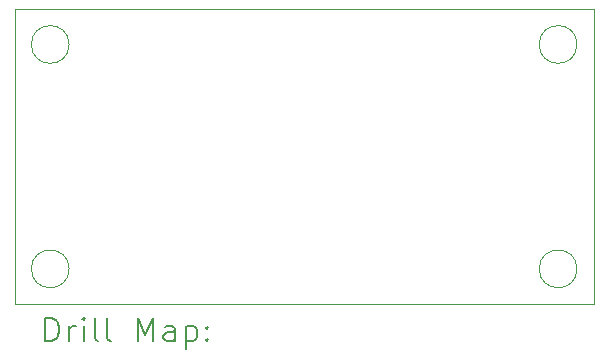
<source format=gbr>
%TF.GenerationSoftware,KiCad,Pcbnew,8.0.8*%
%TF.CreationDate,2025-06-29T12:49:39+09:00*%
%TF.ProjectId,NJM2374A_Invert,4e4a4d32-3337-4344-915f-496e76657274,rev?*%
%TF.SameCoordinates,Original*%
%TF.FileFunction,Drillmap*%
%TF.FilePolarity,Positive*%
%FSLAX45Y45*%
G04 Gerber Fmt 4.5, Leading zero omitted, Abs format (unit mm)*
G04 Created by KiCad (PCBNEW 8.0.8) date 2025-06-29 12:49:39*
%MOMM*%
%LPD*%
G01*
G04 APERTURE LIST*
%ADD10C,0.050000*%
%ADD11C,0.200000*%
G04 APERTURE END LIST*
D10*
X8100000Y-7600000D02*
X12600000Y-7600000D01*
X13000000Y-10100000D02*
X8100000Y-10100000D01*
X12860000Y-7900000D02*
G75*
G02*
X12540000Y-7900000I-160000J0D01*
G01*
X12540000Y-7900000D02*
G75*
G02*
X12860000Y-7900000I160000J0D01*
G01*
X8560000Y-7900000D02*
G75*
G02*
X8240000Y-7900000I-160000J0D01*
G01*
X8240000Y-7900000D02*
G75*
G02*
X8560000Y-7900000I160000J0D01*
G01*
X12600000Y-7600000D02*
X13000000Y-7600000D01*
X12860000Y-9800000D02*
G75*
G02*
X12540000Y-9800000I-160000J0D01*
G01*
X12540000Y-9800000D02*
G75*
G02*
X12860000Y-9800000I160000J0D01*
G01*
X13000000Y-7600000D02*
X13000000Y-10100000D01*
X8560000Y-9800000D02*
G75*
G02*
X8240000Y-9800000I-160000J0D01*
G01*
X8240000Y-9800000D02*
G75*
G02*
X8560000Y-9800000I160000J0D01*
G01*
X8100000Y-10100000D02*
X8100000Y-7600000D01*
D11*
X8358277Y-10413984D02*
X8358277Y-10213984D01*
X8358277Y-10213984D02*
X8405896Y-10213984D01*
X8405896Y-10213984D02*
X8434467Y-10223508D01*
X8434467Y-10223508D02*
X8453515Y-10242555D01*
X8453515Y-10242555D02*
X8463039Y-10261603D01*
X8463039Y-10261603D02*
X8472563Y-10299698D01*
X8472563Y-10299698D02*
X8472563Y-10328270D01*
X8472563Y-10328270D02*
X8463039Y-10366365D01*
X8463039Y-10366365D02*
X8453515Y-10385412D01*
X8453515Y-10385412D02*
X8434467Y-10404460D01*
X8434467Y-10404460D02*
X8405896Y-10413984D01*
X8405896Y-10413984D02*
X8358277Y-10413984D01*
X8558277Y-10413984D02*
X8558277Y-10280650D01*
X8558277Y-10318746D02*
X8567801Y-10299698D01*
X8567801Y-10299698D02*
X8577324Y-10290174D01*
X8577324Y-10290174D02*
X8596372Y-10280650D01*
X8596372Y-10280650D02*
X8615420Y-10280650D01*
X8682086Y-10413984D02*
X8682086Y-10280650D01*
X8682086Y-10213984D02*
X8672563Y-10223508D01*
X8672563Y-10223508D02*
X8682086Y-10233031D01*
X8682086Y-10233031D02*
X8691610Y-10223508D01*
X8691610Y-10223508D02*
X8682086Y-10213984D01*
X8682086Y-10213984D02*
X8682086Y-10233031D01*
X8805896Y-10413984D02*
X8786848Y-10404460D01*
X8786848Y-10404460D02*
X8777324Y-10385412D01*
X8777324Y-10385412D02*
X8777324Y-10213984D01*
X8910658Y-10413984D02*
X8891610Y-10404460D01*
X8891610Y-10404460D02*
X8882086Y-10385412D01*
X8882086Y-10385412D02*
X8882086Y-10213984D01*
X9139229Y-10413984D02*
X9139229Y-10213984D01*
X9139229Y-10213984D02*
X9205896Y-10356841D01*
X9205896Y-10356841D02*
X9272563Y-10213984D01*
X9272563Y-10213984D02*
X9272563Y-10413984D01*
X9453515Y-10413984D02*
X9453515Y-10309222D01*
X9453515Y-10309222D02*
X9443991Y-10290174D01*
X9443991Y-10290174D02*
X9424944Y-10280650D01*
X9424944Y-10280650D02*
X9386848Y-10280650D01*
X9386848Y-10280650D02*
X9367801Y-10290174D01*
X9453515Y-10404460D02*
X9434467Y-10413984D01*
X9434467Y-10413984D02*
X9386848Y-10413984D01*
X9386848Y-10413984D02*
X9367801Y-10404460D01*
X9367801Y-10404460D02*
X9358277Y-10385412D01*
X9358277Y-10385412D02*
X9358277Y-10366365D01*
X9358277Y-10366365D02*
X9367801Y-10347317D01*
X9367801Y-10347317D02*
X9386848Y-10337793D01*
X9386848Y-10337793D02*
X9434467Y-10337793D01*
X9434467Y-10337793D02*
X9453515Y-10328270D01*
X9548753Y-10280650D02*
X9548753Y-10480650D01*
X9548753Y-10290174D02*
X9567801Y-10280650D01*
X9567801Y-10280650D02*
X9605896Y-10280650D01*
X9605896Y-10280650D02*
X9624944Y-10290174D01*
X9624944Y-10290174D02*
X9634467Y-10299698D01*
X9634467Y-10299698D02*
X9643991Y-10318746D01*
X9643991Y-10318746D02*
X9643991Y-10375889D01*
X9643991Y-10375889D02*
X9634467Y-10394936D01*
X9634467Y-10394936D02*
X9624944Y-10404460D01*
X9624944Y-10404460D02*
X9605896Y-10413984D01*
X9605896Y-10413984D02*
X9567801Y-10413984D01*
X9567801Y-10413984D02*
X9548753Y-10404460D01*
X9729705Y-10394936D02*
X9739229Y-10404460D01*
X9739229Y-10404460D02*
X9729705Y-10413984D01*
X9729705Y-10413984D02*
X9720182Y-10404460D01*
X9720182Y-10404460D02*
X9729705Y-10394936D01*
X9729705Y-10394936D02*
X9729705Y-10413984D01*
X9729705Y-10290174D02*
X9739229Y-10299698D01*
X9739229Y-10299698D02*
X9729705Y-10309222D01*
X9729705Y-10309222D02*
X9720182Y-10299698D01*
X9720182Y-10299698D02*
X9729705Y-10290174D01*
X9729705Y-10290174D02*
X9729705Y-10309222D01*
M02*

</source>
